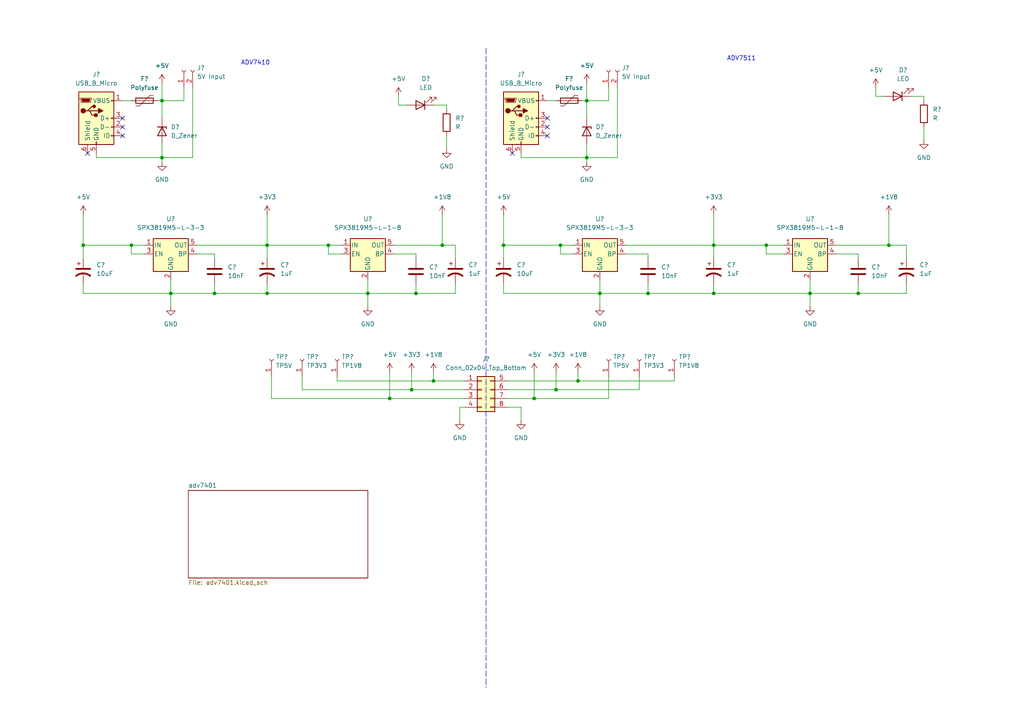
<source format=kicad_sch>
(kicad_sch (version 20211123) (generator eeschema)
  (paper "A4")
  (lib_symbols
    (symbol "Connector:Conn_01x01_Female" (pin_names (offset 1.016) hide)
      (property "Reference" "J" (at 0 2.54 0))
      (property "Value" "Conn_01x01_Female" (at 0 -2.54 0))
      (symbol "Conn_01x01_Female_1_1"
        (polyline (pts (xy -1.27 0) (xy -0.508 0)) (stroke (width 0.1524)))
        (arc (start 0 0.508) (mid -0.508 0) (end 0 -0.508) (stroke (width 0.1524)))
        (pin passive line (at -5.08 0 0) (length 3.81) (name "Pin_1") (number "1"))
      )
    )
    (symbol "Connector:Conn_01x02_Female" (pin_names (offset 1.016) hide)
      (property "Reference" "J" (at 0 2.54 0))
      (property "Value" "Conn_01x02_Female" (at 0 -5.08 0))
      (symbol "Conn_01x02_Female_1_1"
        (arc (start 0 -2.032) (mid -0.508 -2.54) (end 0 -3.048) (stroke (width 0.1524)))
        (polyline (pts (xy -1.27 -2.54) (xy -0.508 -2.54)) (stroke (width 0.1524)))
        (polyline (pts (xy -1.27 0) (xy -0.508 0)) (stroke (width 0.1524)))
        (arc (start 0 0.508) (mid -0.508 0) (end 0 -0.508) (stroke (width 0.1524)))
        (pin passive line (at -5.08 0 0) (length 3.81) (name "Pin_1") (number "1"))
        (pin passive line (at -5.08 -2.54 0) (length 3.81) (name "Pin_2") (number "2"))
      )
    )
    (symbol "Connector:USB_B_Micro" (pin_names (offset 1.016))
      (property "Reference" "J" (at -5.08 11.43 0))
      (property "Value" "USB_B_Micro" (at -5.08 8.89 0))
      (symbol "USB_B_Micro_0_1"
        (rectangle (start -5.08 -7.62) (end 5.08 7.62) (stroke (width 0.254)) (fill (type background)))
        (circle (center -3.81 2.159) (radius 0.635) (stroke (width 0.254)) (fill (type outline)))
        (circle (center -0.635 3.429) (radius 0.381) (stroke (width 0.254)) (fill (type outline)))
        (rectangle (start -0.127 -7.62) (end 0.127 -6.858))
        (polyline (pts (xy -1.905 2.159) (xy 0.635 2.159)) (stroke (width 0.254)))
        (polyline (pts (xy -3.175 2.159) (xy -2.54 2.159) (xy -1.27 3.429) (xy -0.635 3.429)) (stroke (width 0.254)))
        (polyline (pts (xy -2.54 2.159) (xy -1.905 2.159) (xy -1.27 0.889) (xy 0 0.889)) (stroke (width 0.254)))
        (polyline (pts (xy 0.635 2.794) (xy 0.635 1.524) (xy 1.905 2.159) (xy 0.635 2.794)) (stroke (width 0.254)) (fill (type outline)))
        (polyline (pts (xy -4.318 5.588) (xy -1.778 5.588) (xy -2.032 4.826) (xy -4.064 4.826) (xy -4.318 5.588)) (fill (type outline)))
        (polyline (pts (xy -4.699 5.842) (xy -4.699 5.588) (xy -4.445 4.826) (xy -4.445 4.572) (xy -1.651 4.572) (xy -1.651 4.826) (xy -1.397 5.588) (xy -1.397 5.842) (xy -4.699 5.842)))
        (rectangle (start 0.254 1.27) (end -0.508 0.508) (stroke (width 0.254)) (fill (type outline)))
        (rectangle (start 5.08 -5.207) (end 4.318 -4.953))
        (rectangle (start 5.08 -2.667) (end 4.318 -2.413))
        (rectangle (start 5.08 -0.127) (end 4.318 0.127))
        (rectangle (start 5.08 4.953) (end 4.318 5.207))
      )
      (symbol "USB_B_Micro_1_1"
        (pin power_out line (at 7.62 5.08 180) (length 2.54) (name "VBUS") (number "1"))
        (pin bidirectional line (at 7.62 -2.54 180) (length 2.54) (name "D-") (number "2"))
        (pin bidirectional line (at 7.62 0 180) (length 2.54) (name "D+") (number "3"))
        (pin passive line (at 7.62 -5.08 180) (length 2.54) (name "ID") (number "4"))
        (pin power_out line (at 0 -10.16 90) (length 2.54) (name "GND") (number "5"))
        (pin passive line (at -2.54 -10.16 90) (length 2.54) (name "Shield") (number "6"))
      )
    )
    (symbol "Connector_Generic:Conn_02x04_Top_Bottom" (pin_names (offset 1.016) hide)
      (property "Reference" "J" (at 1.27 5.08 0))
      (property "Value" "Conn_02x04_Top_Bottom" (at 1.27 -7.62 0))
      (symbol "Conn_02x04_Top_Bottom_1_1"
        (rectangle (start -1.27 -4.953) (end 0 -5.207) (stroke (width 0.1524)))
        (rectangle (start -1.27 -2.413) (end 0 -2.667) (stroke (width 0.1524)))
        (rectangle (start -1.27 0.127) (end 0 -0.127) (stroke (width 0.1524)))
        (rectangle (start -1.27 2.667) (end 0 2.413) (stroke (width 0.1524)))
        (rectangle (start -1.27 3.81) (end 3.81 -6.35) (stroke (width 0.254)) (fill (type background)))
        (rectangle (start 3.81 -4.953) (end 2.54 -5.207) (stroke (width 0.1524)))
        (rectangle (start 3.81 -2.413) (end 2.54 -2.667) (stroke (width 0.1524)))
        (rectangle (start 3.81 0.127) (end 2.54 -0.127) (stroke (width 0.1524)))
        (rectangle (start 3.81 2.667) (end 2.54 2.413) (stroke (width 0.1524)))
        (pin passive line (at -5.08 2.54 0) (length 3.81) (name "Pin_1") (number "1"))
        (pin passive line (at -5.08 0 0) (length 3.81) (name "Pin_2") (number "2"))
        (pin passive line (at -5.08 -2.54 0) (length 3.81) (name "Pin_3") (number "3"))
        (pin passive line (at -5.08 -5.08 0) (length 3.81) (name "Pin_4") (number "4"))
        (pin passive line (at 7.62 2.54 180) (length 3.81) (name "Pin_5") (number "5"))
        (pin passive line (at 7.62 0 180) (length 3.81) (name "Pin_6") (number "6"))
        (pin passive line (at 7.62 -2.54 180) (length 3.81) (name "Pin_7") (number "7"))
        (pin passive line (at 7.62 -5.08 180) (length 3.81) (name "Pin_8") (number "8"))
      )
    )
    (symbol "Device:C" (pin_numbers hide) (pin_names (offset 0.254))
      (property "Reference" "C" (at 0.635 2.54 0))
      (property "Value" "C" (at 0.635 -2.54 0))
      (symbol "C_0_1"
        (polyline (pts (xy -2.032 -0.762) (xy 2.032 -0.762)) (stroke (width 0.508)))
        (polyline (pts (xy -2.032 0.762) (xy 2.032 0.762)) (stroke (width 0.508)))
      )
      (symbol "C_1_1"
        (pin passive line (at 0 3.81 270) (length 2.794) (name "~") (number "1"))
        (pin passive line (at 0 -3.81 90) (length 2.794) (name "~") (number "2"))
      )
    )
    (symbol "Device:C_Polarized_US" (pin_numbers hide) (pin_names (offset 0.254) hide)
      (property "Reference" "C" (at 0.635 2.54 0))
      (property "Value" "C_Polarized_US" (at 0.635 -2.54 0))
      (symbol "C_Polarized_US_0_1"
        (polyline (pts (xy -2.032 0.762) (xy 2.032 0.762)) (stroke (width 0.508)))
        (polyline (pts (xy -1.778 2.286) (xy -0.762 2.286)))
        (polyline (pts (xy -1.27 1.778) (xy -1.27 2.794)))
        (arc (start 2.032 -1.27) (mid 0 -0.5572) (end -2.032 -1.27) (stroke (width 0.508)))
      )
      (symbol "C_Polarized_US_1_1"
        (pin passive line (at 0 3.81 270) (length 2.794) (name "~") (number "1"))
        (pin passive line (at 0 -3.81 90) (length 3.302) (name "~") (number "2"))
      )
    )
    (symbol "Device:D_Zener" (pin_numbers hide) (pin_names (offset 1.016) hide)
      (property "Reference" "D" (at 0 2.54 0))
      (property "Value" "D_Zener" (at 0 -2.54 0))
      (symbol "D_Zener_0_1"
        (polyline (pts (xy 1.27 0) (xy -1.27 0)))
        (polyline (pts (xy -1.27 -1.27) (xy -1.27 1.27) (xy -0.762 1.27)) (stroke (width 0.254)))
        (polyline (pts (xy 1.27 -1.27) (xy 1.27 1.27) (xy -1.27 0) (xy 1.27 -1.27)) (stroke (width 0.254)))
      )
      (symbol "D_Zener_1_1"
        (pin passive line (at -3.81 0 0) (length 2.54) (name "K") (number "1"))
        (pin passive line (at 3.81 0 180) (length 2.54) (name "A") (number "2"))
      )
    )
    (symbol "Device:LED" (pin_numbers hide) (pin_names (offset 1.016) hide)
      (property "Reference" "D" (at 0 2.54 0))
      (property "Value" "LED" (at 0 -2.54 0))
      (symbol "LED_0_1"
        (polyline (pts (xy -1.27 -1.27) (xy -1.27 1.27)) (stroke (width 0.254)))
        (polyline (pts (xy -1.27 0) (xy 1.27 0)))
        (polyline (pts (xy 1.27 -1.27) (xy 1.27 1.27) (xy -1.27 0) (xy 1.27 -1.27)) (stroke (width 0.254)))
        (polyline (pts (xy -3.048 -0.762) (xy -4.572 -2.286) (xy -3.81 -2.286) (xy -4.572 -2.286) (xy -4.572 -1.524)))
        (polyline (pts (xy -1.778 -0.762) (xy -3.302 -2.286) (xy -2.54 -2.286) (xy -3.302 -2.286) (xy -3.302 -1.524)))
      )
      (symbol "LED_1_1"
        (pin passive line (at -3.81 0 0) (length 2.54) (name "K") (number "1"))
        (pin passive line (at 3.81 0 180) (length 2.54) (name "A") (number "2"))
      )
    )
    (symbol "Device:Polyfuse" (pin_numbers hide) (pin_names (offset 0))
      (property "Reference" "F" (at -2.54 0 90))
      (property "Value" "Polyfuse" (at 2.54 0 90))
      (symbol "Polyfuse_0_1"
        (rectangle (start -0.762 2.54) (end 0.762 -2.54) (stroke (width 0.254)))
        (polyline (pts (xy 0 2.54) (xy 0 -2.54)))
        (polyline (pts (xy -1.524 2.54) (xy -1.524 1.524) (xy 1.524 -1.524) (xy 1.524 -2.54)))
      )
      (symbol "Polyfuse_1_1"
        (pin passive line (at 0 3.81 270) (length 1.27) (name "~") (number "1"))
        (pin passive line (at 0 -3.81 90) (length 1.27) (name "~") (number "2"))
      )
    )
    (symbol "Device:R" (pin_numbers hide) (pin_names (offset 0))
      (property "Reference" "R" (at 2.032 0 90))
      (property "Value" "R" (at 0 0 90))
      (symbol "R_0_1"
        (rectangle (start -1.016 -2.54) (end 1.016 2.54) (stroke (width 0.254)))
      )
      (symbol "R_1_1"
        (pin passive line (at 0 3.81 270) (length 1.27) (name "~") (number "1"))
        (pin passive line (at 0 -3.81 90) (length 1.27) (name "~") (number "2"))
      )
    )
    (symbol "Regulator_Linear:SPX3819M5-L-1-8" (pin_names (offset 0.254))
      (property "Reference" "U" (at -3.81 5.715 0))
      (property "Value" "SPX3819M5-L-1-8" (at 0 5.715 0))
      (symbol "SPX3819M5-L-1-8_0_1"
        (rectangle (start -5.08 4.445) (end 5.08 -5.08) (stroke (width 0.254)) (fill (type background)))
      )
      (symbol "SPX3819M5-L-1-8_1_1"
        (pin power_in line (at -7.62 2.54 0) (length 2.54) (name "IN") (number "1"))
        (pin power_in line (at 0 -7.62 90) (length 2.54) (name "GND") (number "2"))
        (pin input line (at -7.62 0 0) (length 2.54) (name "EN") (number "3"))
        (pin input line (at 7.62 0 180) (length 2.54) (name "BP") (number "4"))
        (pin power_out line (at 7.62 2.54 180) (length 2.54) (name "OUT") (number "5"))
      )
    )
    (symbol "Regulator_Linear:SPX3819M5-L-3-3" (pin_names (offset 0.254))
      (property "Reference" "U" (at -3.81 5.715 0))
      (property "Value" "SPX3819M5-L-3-3" (at 0 5.715 0))
      (symbol "SPX3819M5-L-3-3_0_1"
        (rectangle (start -5.08 4.445) (end 5.08 -5.08) (stroke (width 0.254)) (fill (type background)))
      )
      (symbol "SPX3819M5-L-3-3_1_1"
        (pin power_in line (at -7.62 2.54 0) (length 2.54) (name "IN") (number "1"))
        (pin power_in line (at 0 -7.62 90) (length 2.54) (name "GND") (number "2"))
        (pin input line (at -7.62 0 0) (length 2.54) (name "EN") (number "3"))
        (pin input line (at 7.62 0 180) (length 2.54) (name "BP") (number "4"))
        (pin power_out line (at 7.62 2.54 180) (length 2.54) (name "OUT") (number "5"))
      )
    )
    (symbol "power:+1V8" (power) (pin_names (offset 0))
      (property "Value" "+1V8" (at 0 3.556 0))
      (symbol "+1V8_0_1"
        (polyline (pts (xy -0.762 1.27) (xy 0 2.54)))
        (polyline (pts (xy 0 0) (xy 0 2.54)))
        (polyline (pts (xy 0 2.54) (xy 0.762 1.27)))
      )
      (symbol "+1V8_1_1"
        (pin power_in line (at 0 0 90) (length 0) hide (name "+1V8") (number "1"))
      )
    )
    (symbol "power:+3.3V" (power) (pin_names (offset 0))
      (property "Value" "+3.3V" (at 0 3.556 0))
      (symbol "+3.3V_0_1"
        (polyline (pts (xy -0.762 1.27) (xy 0 2.54)))
        (polyline (pts (xy 0 0) (xy 0 2.54)))
        (polyline (pts (xy 0 2.54) (xy 0.762 1.27)))
      )
      (symbol "+3.3V_1_1"
        (pin power_in line (at 0 0 90) (length 0) hide (name "+3V3") (number "1"))
      )
    )
    (symbol "power:+5V" (power) (pin_names (offset 0))
      (property "Value" "+5V" (at 0 3.556 0))
      (symbol "+5V_0_1"
        (polyline (pts (xy -0.762 1.27) (xy 0 2.54)))
        (polyline (pts (xy 0 0) (xy 0 2.54)))
        (polyline (pts (xy 0 2.54) (xy 0.762 1.27)))
      )
      (symbol "+5V_1_1"
        (pin power_in line (at 0 0 90) (length 0) hide (name "+5V") (number "1"))
      )
    )
    (symbol "power:GND" (power) (pin_names (offset 0))
      (property "Value" "GND" (at 0 -3.81 0))
      (symbol "GND_0_1"
        (polyline (pts (xy 0 0) (xy 0 -1.27) (xy 1.27 -1.27) (xy 0 -2.54) (xy -1.27 -1.27) (xy 0 -1.27)))
      )
      (symbol "GND_1_1"
        (pin power_in line (at 0 0 270) (length 0) hide (name "GND") (number "1"))
      )
    )
  )
  (junction (at 62.23 85.09))
  (junction (at 207.01 71.12))
  (junction (at 146.05 71.12))
  (junction (at 46.99 45.72))
  (junction (at 161.29 113.03))
  (junction (at 24.13 71.12))
  (junction (at 95.25 71.12))
  (junction (at 257.81 71.12))
  (junction (at 125.73 110.49))
  (junction (at 170.18 29.21))
  (junction (at 49.53 85.09))
  (junction (at 38.1 71.12))
  (junction (at 113.03 115.57))
  (junction (at 46.99 29.21))
  (junction (at 128.27 71.12))
  (junction (at 187.96 85.09))
  (junction (at 170.18 45.72))
  (junction (at 77.47 85.09))
  (junction (at 77.47 71.12))
  (junction (at 106.68 85.09))
  (junction (at 162.56 71.12))
  (junction (at 167.64 110.49))
  (junction (at 120.65 85.09))
  (junction (at 119.38 113.03))
  (junction (at 173.99 85.09))
  (junction (at 207.01 85.09))
  (junction (at 248.92 85.09))
  (junction (at 234.95 85.09))
  (junction (at 154.94 115.57))
  (junction (at 222.25 71.12))
  (no_connect (at 158.75 34.29))
  (no_connect (at 158.75 39.37))
  (no_connect (at 158.75 36.83))
  (no_connect (at 148.59 44.45))
  (no_connect (at 25.4 44.45))
  (no_connect (at 35.56 34.29))
  (no_connect (at 35.56 36.83))
  (no_connect (at 35.56 39.37))
  (wire (pts (xy 120.65 85.09) (xy 106.68 85.09)))
  (wire (pts (xy 35.56 29.21) (xy 38.1 29.21)))
  (wire (pts (xy 134.62 113.03) (xy 119.38 113.03)))
  (wire (pts (xy 114.3 73.66) (xy 120.65 73.66)))
  (wire (pts (xy 95.25 71.12) (xy 99.06 71.12)))
  (wire (pts (xy 168.91 29.21) (xy 170.18 29.21)))
  (wire (pts (xy 119.38 113.03) (xy 119.38 107.95)))
  (wire (pts (xy 166.37 73.66) (xy 162.56 73.66)))
  (wire (pts (xy 128.27 71.12) (xy 132.08 71.12)))
  (wire (pts (xy 62.23 73.66) (xy 57.15 73.66)))
  (wire (pts (xy 99.06 73.66) (xy 95.25 73.66)))
  (wire (pts (xy 62.23 85.09) (xy 49.53 85.09)))
  (wire (pts (xy 106.68 85.09) (xy 106.68 88.9)))
  (wire (pts (xy 170.18 29.21) (xy 176.53 29.21)))
  (wire (pts (xy 162.56 73.66) (xy 162.56 71.12)))
  (wire (pts (xy 262.89 85.09) (xy 248.92 85.09)))
  (wire (pts (xy 46.99 45.72) (xy 46.99 46.99)))
  (wire (pts (xy 24.13 71.12) (xy 24.13 74.93)))
  (wire (pts (xy 187.96 85.09) (xy 207.01 85.09)))
  (wire (pts (xy 195.58 110.49) (xy 195.58 109.22)))
  (wire (pts (xy 27.94 44.45) (xy 27.94 45.72)))
  (wire (pts (xy 24.13 62.23) (xy 24.13 71.12)))
  (wire (pts (xy 118.11 30.48) (xy 115.57 30.48)))
  (wire (pts (xy 77.47 85.09) (xy 106.68 85.09)))
  (wire (pts (xy 132.08 82.55) (xy 132.08 85.09)))
  (wire (pts (xy 132.08 85.09) (xy 120.65 85.09)))
  (wire (pts (xy 234.95 85.09) (xy 234.95 88.9)))
  (wire (pts (xy 161.29 113.03) (xy 185.42 113.03)))
  (wire (pts (xy 133.35 121.92) (xy 133.35 118.11)))
  (wire (pts (xy 46.99 45.72) (xy 55.88 45.72)))
  (wire (pts (xy 24.13 85.09) (xy 49.53 85.09)))
  (wire (pts (xy 167.64 110.49) (xy 195.58 110.49)))
  (wire (pts (xy 161.29 113.03) (xy 161.29 107.95)))
  (wire (pts (xy 147.32 110.49) (xy 167.64 110.49)))
  (wire (pts (xy 222.25 73.66) (xy 222.25 71.12)))
  (wire (pts (xy 45.72 29.21) (xy 46.99 29.21)))
  (wire (pts (xy 129.54 30.48) (xy 125.73 30.48)))
  (wire (pts (xy 120.65 73.66) (xy 120.65 74.93)))
  (wire (pts (xy 227.33 73.66) (xy 222.25 73.66)))
  (wire (pts (xy 46.99 29.21) (xy 53.34 29.21)))
  (wire (pts (xy 173.99 81.28) (xy 173.99 85.09)))
  (wire (pts (xy 147.32 118.11) (xy 151.13 118.11)))
  (wire (pts (xy 27.94 45.72) (xy 46.99 45.72)))
  (wire (pts (xy 170.18 45.72) (xy 179.07 45.72)))
  (wire (pts (xy 77.47 71.12) (xy 95.25 71.12)))
  (wire (pts (xy 114.3 71.12) (xy 128.27 71.12)))
  (wire (pts (xy 187.96 82.55) (xy 187.96 85.09)))
  (wire (pts (xy 77.47 71.12) (xy 77.47 62.23)))
  (wire (pts (xy 53.34 29.21) (xy 53.34 25.4)))
  (wire (pts (xy 187.96 85.09) (xy 173.99 85.09)))
  (wire (pts (xy 248.92 73.66) (xy 248.92 74.93)))
  (wire (pts (xy 173.99 85.09) (xy 173.99 88.9)))
  (wire (pts (xy 113.03 115.57) (xy 113.03 107.95)))
  (wire (pts (xy 242.57 71.12) (xy 257.81 71.12)))
  (wire (pts (xy 134.62 115.57) (xy 113.03 115.57)))
  (wire (pts (xy 87.63 109.22) (xy 87.63 113.03)))
  (wire (pts (xy 262.89 82.55) (xy 262.89 85.09)))
  (wire (pts (xy 41.91 73.66) (xy 38.1 73.66)))
  (wire (pts (xy 185.42 113.03) (xy 185.42 109.22)))
  (wire (pts (xy 125.73 110.49) (xy 125.73 107.95)))
  (wire (pts (xy 147.32 115.57) (xy 154.94 115.57)))
  (wire (pts (xy 222.25 71.12) (xy 227.33 71.12)))
  (wire (pts (xy 49.53 85.09) (xy 49.53 88.9)))
  (wire (pts (xy 146.05 85.09) (xy 173.99 85.09)))
  (wire (pts (xy 234.95 81.28) (xy 234.95 85.09)))
  (wire (pts (xy 120.65 82.55) (xy 120.65 85.09)))
  (wire (pts (xy 77.47 85.09) (xy 62.23 85.09)))
  (wire (pts (xy 38.1 73.66) (xy 38.1 71.12)))
  (wire (pts (xy 257.81 71.12) (xy 257.81 62.23)))
  (wire (pts (xy 170.18 41.91) (xy 170.18 45.72)))
  (wire (pts (xy 267.97 27.94) (xy 264.16 27.94)))
  (wire (pts (xy 97.79 110.49) (xy 125.73 110.49)))
  (wire (pts (xy 151.13 45.72) (xy 170.18 45.72)))
  (wire (pts (xy 129.54 39.37) (xy 129.54 43.18)))
  (wire (pts (xy 46.99 29.21) (xy 46.99 24.13)))
  (wire (pts (xy 128.27 71.12) (xy 128.27 62.23)))
  (wire (pts (xy 179.07 45.72) (xy 179.07 25.4)))
  (wire (pts (xy 170.18 45.72) (xy 170.18 46.99)))
  (wire (pts (xy 207.01 82.55) (xy 207.01 85.09)))
  (wire (pts (xy 248.92 85.09) (xy 248.92 82.55)))
  (wire (pts (xy 170.18 29.21) (xy 170.18 34.29)))
  (wire (pts (xy 146.05 71.12) (xy 146.05 62.23)))
  (wire (pts (xy 78.74 115.57) (xy 113.03 115.57)))
  (wire (pts (xy 207.01 71.12) (xy 222.25 71.12)))
  (wire (pts (xy 146.05 71.12) (xy 146.05 74.93)))
  (wire (pts (xy 55.88 45.72) (xy 55.88 25.4)))
  (wire (pts (xy 207.01 85.09) (xy 234.95 85.09)))
  (wire (pts (xy 77.47 71.12) (xy 77.47 74.93)))
  (wire (pts (xy 106.68 81.28) (xy 106.68 85.09)))
  (wire (pts (xy 187.96 74.93) (xy 187.96 73.66)))
  (wire (pts (xy 147.32 113.03) (xy 161.29 113.03)))
  (wire (pts (xy 49.53 81.28) (xy 49.53 85.09)))
  (wire (pts (xy 46.99 41.91) (xy 46.99 45.72)))
  (wire (pts (xy 46.99 29.21) (xy 46.99 34.29)))
  (wire (pts (xy 242.57 73.66) (xy 248.92 73.66)))
  (wire (pts (xy 97.79 109.22) (xy 97.79 110.49)))
  (wire (pts (xy 207.01 71.12) (xy 207.01 74.93)))
  (wire (pts (xy 154.94 115.57) (xy 176.53 115.57)))
  (wire (pts (xy 256.54 27.94) (xy 254 27.94)))
  (wire (pts (xy 146.05 82.55) (xy 146.05 85.09)))
  (wire (pts (xy 257.81 71.12) (xy 262.89 71.12)))
  (wire (pts (xy 151.13 44.45) (xy 151.13 45.72)))
  (wire (pts (xy 95.25 73.66) (xy 95.25 71.12)))
  (wire (pts (xy 154.94 115.57) (xy 154.94 107.95)))
  (wire (pts (xy 57.15 71.12) (xy 77.47 71.12)))
  (wire (pts (xy 38.1 71.12) (xy 41.91 71.12)))
  (wire (pts (xy 24.13 71.12) (xy 38.1 71.12)))
  (wire (pts (xy 134.62 110.49) (xy 125.73 110.49)))
  (wire (pts (xy 187.96 73.66) (xy 181.61 73.66)))
  (wire (pts (xy 77.47 82.55) (xy 77.47 85.09)))
  (wire (pts (xy 207.01 62.23) (xy 207.01 71.12)))
  (wire (pts (xy 176.53 29.21) (xy 176.53 25.4)))
  (wire (pts (xy 234.95 85.09) (xy 248.92 85.09)))
  (wire (pts (xy 254 27.94) (xy 254 25.4)))
  (wire (pts (xy 133.35 118.11) (xy 134.62 118.11)))
  (wire (pts (xy 132.08 71.12) (xy 132.08 74.93)))
  (wire (pts (xy 129.54 31.75) (xy 129.54 30.48)))
  (wire (pts (xy 115.57 30.48) (xy 115.57 27.94)))
  (wire (pts (xy 162.56 71.12) (xy 166.37 71.12)))
  (wire (pts (xy 167.64 110.49) (xy 167.64 107.95)))
  (wire (pts (xy 170.18 29.21) (xy 170.18 24.13)))
  (wire (pts (xy 207.01 71.12) (xy 181.61 71.12)))
  (wire (pts (xy 87.63 113.03) (xy 119.38 113.03)))
  (wire (pts (xy 262.89 71.12) (xy 262.89 74.93)))
  (wire (pts (xy 267.97 29.21) (xy 267.97 27.94)))
  (wire (pts (xy 176.53 115.57) (xy 176.53 109.22)))
  (wire (pts (xy 62.23 74.93) (xy 62.23 73.66)))
  (wire (pts (xy 267.97 36.83) (xy 267.97 40.64)))
  (wire (pts (xy 158.75 29.21) (xy 161.29 29.21)))
  (wire (pts (xy 62.23 82.55) (xy 62.23 85.09)))
  (wire (pts (xy 24.13 82.55) (xy 24.13 85.09)))
  (wire (pts (xy 151.13 118.11) (xy 151.13 121.92)))
  (wire (pts (xy 146.05 71.12) (xy 162.56 71.12)))
  (wire (pts (xy 78.74 109.22) (xy 78.74 115.57)))
  (polyline (pts (xy 140.97 13.97) (xy 140.97 199.39)))
  (text "ADV7410" (at 69.85 19.05 0) (effects (font (size 1.27 1.27)) (justify left bottom)))
  (text "ADV7511" (at 210.82 17.78 0) (effects (font (size 1.27 1.27)) (justify left bottom)))
  (symbol (lib_id "Device:LED") (at 121.92 30.48 180) (unit 1)
    (property "Reference" "D?" (at 123.5075 22.86 0))
    (property "Value" "LED" (at 123.5075 25.4 0))
  )
  (symbol (lib_id "Connector:Conn_01x01_Female") (at 195.58 104.14 90) (unit 1)
    (property "Reference" "TP?" (at 196.85 103.5049 90) (effects (justify right)))
    (property "Value" "TP1V8" (at 196.85 106.0449 90) (effects (justify right)))
  )
  (symbol (lib_id "Connector:Conn_01x01_Female") (at 185.42 104.14 90) (unit 1)
    (property "Reference" "TP?" (at 186.69 103.5049 90) (effects (justify right)))
    (property "Value" "TP3V3" (at 186.69 106.0449 90) (effects (justify right)))
  )
  (symbol (lib_id "power:GND") (at 151.13 121.92 0) (unit 1)
    (property "Reference" "#PWR?" (effects hide))
    (property "Value" "GND" (at 151.13 127 0))
  )
  (symbol (lib_id "Connector:Conn_01x01_Female") (at 97.79 104.14 90) (unit 1)
    (property "Reference" "TP?" (at 99.06 103.5049 90) (effects (justify right)))
    (property "Value" "TP1V8" (at 99.06 106.0449 90) (effects (justify right)))
  )
  (symbol (lib_id "Device:R") (at 129.54 35.56 0) (unit 1)
    (property "Reference" "R?" (at 132.08 34.2899 0) (effects (justify left)))
    (property "Value" "R" (at 132.08 36.8299 0) (effects (justify left)))
  )
  (symbol (lib_id "power:+5V") (at 115.57 27.94 0) (unit 1)
    (property "Reference" "#PWR?" (effects hide))
    (property "Value" "+5V" (at 115.57 22.86 0))
  )
  (symbol (lib_id "Device:C_Polarized_US") (at 132.08 78.74 0) (unit 1)
    (property "Reference" "C?" (at 135.89 76.8349 0) (effects (justify left)))
    (property "Value" "1uF" (at 135.89 79.3749 0) (effects (justify left)))
  )
  (symbol (lib_id "Regulator_Linear:SPX3819M5-L-3-3") (at 173.99 73.66 0) (unit 1)
    (property "Reference" "U?" (at 173.99 63.5 0))
    (property "Value" "SPX3819M5-L-3-3" (at 173.99 66.04 0))
    (property "Footprint" "Package_TO_SOT_SMD:SOT-23-5" (effects hide))
    (property "Datasheet" "https://www.exar.com/content/document.ashx?id=22106&languageid=1033&type=Datasheet&partnumber=SPX3819&filename=SPX3819.pdf&part=SPX3819" (effects hide))
  )
  (symbol (lib_id "Connector:Conn_01x02_Female") (at 176.53 20.32 90) (unit 1)
    (property "Reference" "J?" (at 180.34 19.6849 90) (effects (justify right)))
    (property "Value" "5V Input" (at 180.34 22.2249 90) (effects (justify right)))
  )
  (symbol (lib_id "Device:Polyfuse") (at 165.1 29.21 90) (unit 1)
    (property "Reference" "F?" (at 165.1 22.86 90))
    (property "Value" "Polyfuse" (at 165.1 25.4 90))
  )
  (symbol (lib_id "power:+3.3V") (at 77.47 62.23 0) (unit 1)
    (property "Reference" "#PWR?" (effects hide))
    (property "Value" "+3.3V" (at 77.47 57.15 0))
  )
  (symbol (lib_id "Connector:USB_B_Micro") (at 151.13 34.29 0) (unit 1)
    (property "Reference" "J?" (at 151.13 21.59 0))
    (property "Value" "USB_B_Micro" (at 151.13 24.13 0))
  )
  (symbol (lib_id "Device:C_Polarized_US") (at 24.13 78.74 0) (unit 1)
    (property "Reference" "C?" (at 27.94 76.8349 0) (effects (justify left)))
    (property "Value" "10uF" (at 27.94 79.3749 0) (effects (justify left)))
  )
  (symbol (lib_id "Device:C") (at 248.92 78.74 0) (unit 1)
    (property "Reference" "C?" (at 252.73 77.4699 0) (effects (justify left)))
    (property "Value" "10nF" (at 252.73 80.0099 0) (effects (justify left)))
  )
  (symbol (lib_id "Connector:Conn_01x01_Female") (at 87.63 104.14 90) (unit 1)
    (property "Reference" "TP?" (at 88.9 103.5049 90) (effects (justify right)))
    (property "Value" "TP3V3" (at 88.9 106.0449 90) (effects (justify right)))
  )
  (symbol (lib_id "power:GND") (at 106.68 88.9 0) (unit 1)
    (property "Reference" "#PWR?" (effects hide))
    (property "Value" "GND" (at 106.68 93.98 0))
  )
  (symbol (lib_id "Device:C_Polarized_US") (at 207.01 78.74 0) (unit 1)
    (property "Reference" "C?" (at 210.82 76.8349 0) (effects (justify left)))
    (property "Value" "1uF" (at 210.82 79.3749 0) (effects (justify left)))
  )
  (symbol (lib_id "power:GND") (at 234.95 88.9 0) (unit 1)
    (property "Reference" "#PWR?" (effects hide))
    (property "Value" "GND" (at 234.95 93.98 0))
  )
  (symbol (lib_id "power:+5V") (at 154.94 107.95 0) (unit 1)
    (property "Reference" "#PWR?" (effects hide))
    (property "Value" "+5V" (at 154.94 102.87 0))
  )
  (symbol (lib_id "power:GND") (at 129.54 43.18 0) (unit 1)
    (property "Reference" "#PWR?" (effects hide))
    (property "Value" "GND" (at 129.54 48.26 0))
  )
  (symbol (lib_id "Device:Polyfuse") (at 41.91 29.21 90) (unit 1)
    (property "Reference" "F?" (at 41.91 22.86 90))
    (property "Value" "Polyfuse" (at 41.91 25.4 90))
  )
  (symbol (lib_id "power:+5V") (at 24.13 62.23 0) (unit 1)
    (property "Reference" "#PWR?" (effects hide))
    (property "Value" "+5V" (at 24.13 57.15 0))
  )
  (symbol (lib_id "power:GND") (at 170.18 46.99 0) (unit 1)
    (property "Reference" "#PWR?" (effects hide))
    (property "Value" "GND" (at 170.18 52.07 0))
  )
  (symbol (lib_id "Connector:Conn_01x01_Female") (at 78.74 104.14 90) (unit 1)
    (property "Reference" "TP?" (at 80.01 103.5049 90) (effects (justify right)))
    (property "Value" "TP5V" (at 80.01 106.0449 90) (effects (justify right)))
  )
  (symbol (lib_id "Device:D_Zener") (at 46.99 38.1 270) (unit 1)
    (property "Reference" "D?" (at 49.53 36.8299 90) (effects (justify left)))
    (property "Value" "D_Zener" (at 49.53 39.3699 90) (effects (justify left)))
  )
  (symbol (lib_id "power:+3.3V") (at 207.01 62.23 0) (unit 1)
    (property "Reference" "#PWR?" (effects hide))
    (property "Value" "+3.3V" (at 207.01 57.15 0))
  )
  (symbol (lib_id "power:GND") (at 49.53 88.9 0) (unit 1)
    (property "Reference" "#PWR?" (effects hide))
    (property "Value" "GND" (at 49.53 93.98 0))
  )
  (symbol (lib_id "Device:C_Polarized_US") (at 146.05 78.74 0) (unit 1)
    (property "Reference" "C?" (at 149.86 76.8349 0) (effects (justify left)))
    (property "Value" "10uF" (at 149.86 79.3749 0) (effects (justify left)))
  )
  (symbol (lib_id "power:GND") (at 267.97 40.64 0) (unit 1)
    (property "Reference" "#PWR?" (effects hide))
    (property "Value" "GND" (at 267.97 45.72 0))
  )
  (symbol (lib_id "Device:D_Zener") (at 170.18 38.1 270) (unit 1)
    (property "Reference" "D?" (at 172.72 36.8299 90) (effects (justify left)))
    (property "Value" "D_Zener" (at 172.72 39.3699 90) (effects (justify left)))
  )
  (symbol (lib_id "power:+5V") (at 113.03 107.95 0) (unit 1)
    (property "Reference" "#PWR?" (effects hide))
    (property "Value" "+5V" (at 113.03 102.87 0))
  )
  (symbol (lib_id "power:GND") (at 46.99 46.99 0) (unit 1)
    (property "Reference" "#PWR?" (effects hide))
    (property "Value" "GND" (at 46.99 52.07 0))
  )
  (symbol (lib_id "Device:R") (at 267.97 33.02 0) (unit 1)
    (property "Reference" "R?" (at 270.51 31.7499 0) (effects (justify left)))
    (property "Value" "R" (at 270.51 34.2899 0) (effects (justify left)))
  )
  (symbol (lib_id "Device:C") (at 187.96 78.74 0) (unit 1)
    (property "Reference" "C?" (at 191.77 77.4699 0) (effects (justify left)))
    (property "Value" "10nF" (at 191.77 80.0099 0) (effects (justify left)))
  )
  (symbol (lib_id "power:+5V") (at 170.18 24.13 0) (unit 1)
    (property "Reference" "#PWR?" (effects hide))
    (property "Value" "+5V" (at 170.18 19.05 0))
  )
  (symbol (lib_id "Device:C_Polarized_US") (at 262.89 78.74 0) (unit 1)
    (property "Reference" "C?" (at 266.7 76.8349 0) (effects (justify left)))
    (property "Value" "1uF" (at 266.7 79.3749 0) (effects (justify left)))
  )
  (symbol (lib_id "Regulator_Linear:SPX3819M5-L-1-8") (at 106.68 73.66 0) (unit 1)
    (property "Reference" "U?" (at 106.68 63.5 0))
    (property "Value" "SPX3819M5-L-1-8" (at 106.68 66.04 0))
    (property "Footprint" "Package_TO_SOT_SMD:SOT-23-5" (effects hide))
    (property "Datasheet" "https://www.exar.com/content/document.ashx?id=22106&languageid=1033&type=Datasheet&partnumber=SPX3819&filename=SPX3819.pdf&part=SPX3819" (effects hide))
  )
  (symbol (lib_id "Device:C_Polarized_US") (at 77.47 78.74 0) (unit 1)
    (property "Reference" "C?" (at 81.28 76.8349 0) (effects (justify left)))
    (property "Value" "1uF" (at 81.28 79.3749 0) (effects (justify left)))
  )
  (symbol (lib_id "power:GND") (at 133.35 121.92 0) (unit 1)
    (property "Reference" "#PWR?" (effects hide))
    (property "Value" "GND" (at 133.35 127 0))
  )
  (symbol (lib_id "power:+1V8") (at 128.27 62.23 0) (unit 1)
    (property "Reference" "#PWR?" (effects hide))
    (property "Value" "+1V8" (at 128.27 57.15 0))
  )
  (symbol (lib_id "Connector_Generic:Conn_02x04_Top_Bottom") (at 139.7 113.03 0) (unit 1)
    (property "Reference" "J?" (at 140.97 104.14 0))
    (property "Value" "Conn_02x04_Top_Bottom" (at 140.97 106.68 0))
    (property "Footprint" "Connector_PinHeader_2.54mm:PinHeader_2x04_P2.54mm_Vertical" (effects hide))
  )
  (symbol (lib_id "Connector:Conn_01x01_Female") (at 176.53 104.14 90) (unit 1)
    (property "Reference" "TP?" (at 177.8 103.5049 90) (effects (justify right)))
    (property "Value" "TP5V" (at 177.8 106.0449 90) (effects (justify right)))
  )
  (symbol (lib_id "Connector:USB_B_Micro") (at 27.94 34.29 0) (unit 1)
    (property "Reference" "J?" (at 27.94 21.59 0))
    (property "Value" "USB_B_Micro" (at 27.94 24.13 0))
  )
  (symbol (lib_id "Regulator_Linear:SPX3819M5-L-3-3") (at 49.53 73.66 0) (unit 1)
    (property "Reference" "U?" (at 49.53 63.5 0))
    (property "Value" "SPX3819M5-L-3-3" (at 49.53 66.04 0))
    (property "Footprint" "Package_TO_SOT_SMD:SOT-23-5" (effects hide))
    (property "Datasheet" "https://www.exar.com/content/document.ashx?id=22106&languageid=1033&type=Datasheet&partnumber=SPX3819&filename=SPX3819.pdf&part=SPX3819" (effects hide))
  )
  (symbol (lib_id "Device:C") (at 120.65 78.74 0) (unit 1)
    (property "Reference" "C?" (at 124.46 77.4699 0) (effects (justify left)))
    (property "Value" "10nF" (at 124.46 80.0099 0) (effects (justify left)))
  )
  (symbol (lib_id "power:+1V8") (at 125.73 107.95 0) (unit 1)
    (property "Reference" "#PWR?" (effects hide))
    (property "Value" "+1V8" (at 125.73 102.87 0))
  )
  (symbol (lib_id "power:GND") (at 173.99 88.9 0) (unit 1)
    (property "Reference" "#PWR?" (effects hide))
    (property "Value" "GND" (at 173.99 93.98 0))
  )
  (symbol (lib_id "power:+1V8") (at 257.81 62.23 0) (unit 1)
    (property "Reference" "#PWR?" (effects hide))
    (property "Value" "+1V8" (at 257.81 57.15 0))
  )
  (symbol (lib_id "Connector:Conn_01x02_Female") (at 53.34 20.32 90) (unit 1)
    (property "Reference" "J?" (at 57.15 19.6849 90) (effects (justify right)))
    (property "Value" "5V Input" (at 57.15 22.2249 90) (effects (justify right)))
  )
  (symbol (lib_id "power:+3.3V") (at 161.29 107.95 0) (unit 1)
    (property "Reference" "#PWR?" (effects hide))
    (property "Value" "+3.3V" (at 161.29 102.87 0))
  )
  (symbol (lib_id "power:+5V") (at 146.05 62.23 0) (unit 1)
    (property "Reference" "#PWR?" (effects hide))
    (property "Value" "+5V" (at 146.05 57.15 0))
  )
  (symbol (lib_id "power:+1V8") (at 167.64 107.95 0) (unit 1)
    (property "Reference" "#PWR?" (effects hide))
    (property "Value" "+1V8" (at 167.64 102.87 0))
  )
  (symbol (lib_id "Regulator_Linear:SPX3819M5-L-1-8") (at 234.95 73.66 0) (unit 1)
    (property "Reference" "U?" (at 234.95 63.5 0))
    (property "Value" "SPX3819M5-L-1-8" (at 234.95 66.04 0))
    (property "Footprint" "Package_TO_SOT_SMD:SOT-23-5" (effects hide))
    (property "Datasheet" "https://www.exar.com/content/document.ashx?id=22106&languageid=1033&type=Datasheet&partnumber=SPX3819&filename=SPX3819.pdf&part=SPX3819" (effects hide))
  )
  (symbol (lib_id "power:+5V") (at 46.99 24.13 0) (unit 1)
    (property "Reference" "#PWR?" (effects hide))
    (property "Value" "+5V" (at 46.99 19.05 0))
  )
  (symbol (lib_id "power:+3.3V") (at 119.38 107.95 0) (unit 1)
    (property "Reference" "#PWR?" (effects hide))
    (property "Value" "+3.3V" (at 119.38 102.87 0))
  )
  (symbol (lib_id "Device:C") (at 62.23 78.74 0) (unit 1)
    (property "Reference" "C?" (at 66.04 77.4699 0) (effects (justify left)))
    (property "Value" "10nF" (at 66.04 80.0099 0) (effects (justify left)))
  )
  (symbol (lib_id "Device:LED") (at 260.35 27.94 180) (unit 1)
    (property "Reference" "D?" (at 261.9375 20.32 0))
    (property "Value" "LED" (at 261.9375 22.86 0))
  )
  (symbol (lib_id "power:+5V") (at 254 25.4 0) (unit 1)
    (property "Reference" "#PWR?" (effects hide))
    (property "Value" "+5V" (at 254 20.32 0))
  )
  (sheet (at 54.61 142.24) (size 52.07 25.4) (stroke (width 0.1524))
    (property "Sheet name" "adv7401" (at 54.61 141.5284 0) (effects (justify left bottom)))
    (property "Sheet file" "adv7401.kicad_sch" (at 54.61 168.2246 0) (effects (justify left top)))
  )
)
</source>
